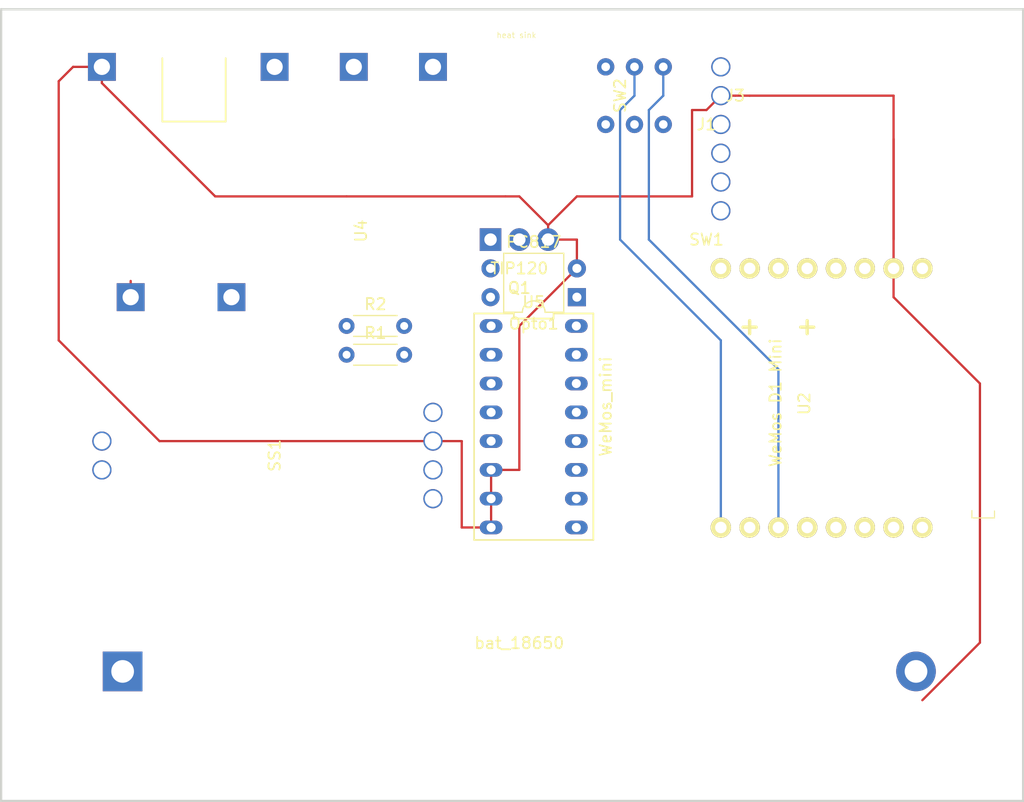
<source format=kicad_pcb>
(kicad_pcb (version 20171130) (host pcbnew "(5.0.2)-1")

  (general
    (thickness 1.6)
    (drawings 19)
    (tracks 127)
    (zones 0)
    (modules 13)
    (nets 18)
  )

  (page A4)
  (layers
    (0 "Black_(GND)" power)
    (1 "Blue_(signal_1)" signal)
    (2 "Yellow_(signal_2)" signal)
    (3 "Yellow2_(signal)" signal)
    (4 "Blue2_(signal)" signal)
    (31 "Red_(Power)" power)
    (32 B.Adhes user hide)
    (33 F.Adhes user hide)
    (34 B.Paste user hide)
    (35 F.Paste user hide)
    (36 B.SilkS user hide)
    (37 F.SilkS user hide)
    (38 B.Mask user hide)
    (39 F.Mask user hide)
    (40 Dwgs.User user hide)
    (41 Cmts.User user hide)
    (42 Eco1.User user hide)
    (43 Eco2.User user hide)
    (44 Edge.Cuts user)
    (45 Margin user hide)
    (46 B.CrtYd user hide)
    (47 F.CrtYd user hide)
    (48 B.Fab user hide)
    (49 F.Fab user)
  )

  (setup
    (last_trace_width 0.2)
    (trace_clearance 0.2)
    (zone_clearance 0.508)
    (zone_45_only no)
    (trace_min 0.2)
    (segment_width 0.2)
    (edge_width 0.2)
    (via_size 0.8)
    (via_drill 0.4)
    (via_min_size 0.4)
    (via_min_drill 0.3)
    (uvia_size 0.3)
    (uvia_drill 0.1)
    (uvias_allowed no)
    (uvia_min_size 0.2)
    (uvia_min_drill 0.1)
    (pcb_text_width 0.3)
    (pcb_text_size 1.5 1.5)
    (mod_edge_width 0.15)
    (mod_text_size 1 1)
    (mod_text_width 0.15)
    (pad_size 1.5 1.5)
    (pad_drill 0.6)
    (pad_to_mask_clearance 0)
    (solder_mask_min_width 0.25)
    (aux_axis_origin 0 0)
    (visible_elements 7FFFFFFF)
    (pcbplotparams
      (layerselection 0x0b000_7fffffe0)
      (usegerberextensions false)
      (usegerberattributes false)
      (usegerberadvancedattributes false)
      (creategerberjobfile false)
      (excludeedgelayer false)
      (linewidth 0.100000)
      (plotframeref false)
      (viasonmask true)
      (mode 1)
      (useauxorigin false)
      (hpglpennumber 1)
      (hpglpenspeed 20)
      (hpglpendiameter 15.000000)
      (psnegative false)
      (psa4output false)
      (plotreference false)
      (plotvalue false)
      (plotinvisibletext false)
      (padsonsilk false)
      (subtractmaskfromsilk false)
      (outputformat 3)
      (mirror false)
      (drillshape 0)
      (scaleselection 1)
      (outputdirectory "K:/_SRC/projects/Vanding/AutoIrrigation/3d print"))
  )

  (net 0 "")
  (net 1 GND)
  (net 2 "Net-(J3-Pad2)")
  (net 3 "Net-(J3-Pad1)")
  (net 4 "Net-(Q1-Pad1)")
  (net 5 "Net-(SW1-Pad1)")
  (net 6 "Net-(Opto1-Pad1)")
  (net 7 "Net-(Opto1-Pad3)")
  (net 8 "Net-(J1-Pad2)")
  (net 9 "Net-(R2-Pad1)")
  (net 10 "Net-(SW2-Pad2)")
  (net 11 "Net-(SW2-Pad1)")
  (net 12 "Net-(R1-Pad1)")
  (net 13 "Net-(R1-Pad2)")
  (net 14 "Net-(SS1-PadA0)")
  (net 15 "Net-(U2-Pad15)")
  (net 16 "Net-(U2-Pad14)")
  (net 17 "Net-(U2-Pad10)")

  (net_class Default "This is the default net class."
    (clearance 0.2)
    (trace_width 0.2)
    (via_dia 0.8)
    (via_drill 0.4)
    (uvia_dia 0.3)
    (uvia_drill 0.1)
    (add_net GND)
    (add_net "Net-(J1-Pad2)")
    (add_net "Net-(J3-Pad1)")
    (add_net "Net-(J3-Pad2)")
    (add_net "Net-(Opto1-Pad1)")
    (add_net "Net-(Opto1-Pad3)")
    (add_net "Net-(Q1-Pad1)")
    (add_net "Net-(R1-Pad1)")
    (add_net "Net-(R1-Pad2)")
    (add_net "Net-(R2-Pad1)")
    (add_net "Net-(SS1-PadA0)")
    (add_net "Net-(SW1-Pad1)")
    (add_net "Net-(SW2-Pad1)")
    (add_net "Net-(SW2-Pad2)")
    (add_net "Net-(U2-Pad10)")
    (add_net "Net-(U2-Pad14)")
    (add_net "Net-(U2-Pad15)")
  )

  (module footprint:74HC4052_analogue_mux_v1 (layer "Black_(GND)") (tedit 5CA72754) (tstamp 5CA72CC3)
    (at 64.77 54.61 270)
    (path /5CAC48A2)
    (fp_text reference U5 (at -10.99 0) (layer F.SilkS)
      (effects (font (size 1 1) (thickness 0.15)))
    )
    (fp_text value CD4052B (at 0 0 270) (layer F.Fab)
      (effects (font (size 1 1) (thickness 0.15)))
    )
    (fp_line (start -10.15 5.4) (end -10.15 -5.4) (layer F.CrtYd) (width 0.05))
    (fp_line (start 10.15 5.4) (end -10.15 5.4) (layer F.CrtYd) (width 0.05))
    (fp_line (start 10.15 -5.4) (end 10.15 5.4) (layer F.CrtYd) (width 0.05))
    (fp_line (start -10.15 -5.4) (end 10.15 -5.4) (layer F.CrtYd) (width 0.05))
    (fp_line (start -9.99 1.753333) (end -9.99 5.259999) (layer F.SilkS) (width 0.15))
    (fp_line (start -9.54 1.753333) (end -9.99 1.753333) (layer F.SilkS) (width 0.15))
    (fp_line (start -9.54 -1.753333) (end -9.54 1.753333) (layer F.SilkS) (width 0.15))
    (fp_line (start -9.99 -1.753333) (end -9.54 -1.753333) (layer F.SilkS) (width 0.15))
    (fp_line (start -9.99 -5.26) (end -9.99 -1.753333) (layer F.SilkS) (width 0.15))
    (fp_line (start 9.99 -5.259999) (end -9.99 -5.26) (layer F.SilkS) (width 0.15))
    (fp_line (start 9.99 5.26) (end 9.99 -5.259999) (layer F.SilkS) (width 0.15))
    (fp_line (start -9.99 5.259999) (end 9.99 5.26) (layer F.SilkS) (width 0.15))
    (pad 8 thru_hole oval (at 8.89 3.76 270) (size 1.2 2) (drill 0.8) (layers *.Cu *.Mask)
      (net 1 GND))
    (pad 9 thru_hole oval (at 8.89 -3.76 270) (size 1.2 2) (drill 0.8) (layers *.Cu *.Mask)
      (net 16 "Net-(U2-Pad14)"))
    (pad 7 thru_hole oval (at 6.35 3.76 270) (size 1.2 2) (drill 0.8) (layers *.Cu *.Mask)
      (net 1 GND))
    (pad 10 thru_hole oval (at 6.35 -3.76 270) (size 1.2 2) (drill 0.8) (layers *.Cu *.Mask)
      (net 15 "Net-(U2-Pad15)"))
    (pad 6 thru_hole oval (at 3.81 3.76 270) (size 1.2 2) (drill 0.8) (layers *.Cu *.Mask)
      (net 1 GND))
    (pad 11 thru_hole oval (at 3.81 -3.76 270) (size 1.2 2) (drill 0.8) (layers *.Cu *.Mask))
    (pad 5 thru_hole oval (at 1.27 3.76 270) (size 1.2 2) (drill 0.8) (layers *.Cu *.Mask))
    (pad 12 thru_hole oval (at 1.27 -3.76 270) (size 1.2 2) (drill 0.8) (layers *.Cu *.Mask)
      (net 14 "Net-(SS1-PadA0)"))
    (pad 4 thru_hole oval (at -1.27 3.76 270) (size 1.2 2) (drill 0.8) (layers *.Cu *.Mask))
    (pad 13 thru_hole oval (at -1.27 -3.76 270) (size 1.2 2) (drill 0.8) (layers *.Cu *.Mask)
      (net 17 "Net-(U2-Pad10)"))
    (pad 3 thru_hole oval (at -3.81 3.76 270) (size 1.2 2) (drill 0.8) (layers *.Cu *.Mask))
    (pad 14 thru_hole oval (at -3.81 -3.76 270) (size 1.2 2) (drill 0.8) (layers *.Cu *.Mask)
      (net 13 "Net-(R1-Pad2)"))
    (pad 2 thru_hole oval (at -6.35 3.76 270) (size 1.2 2) (drill 0.8) (layers *.Cu *.Mask))
    (pad 15 thru_hole oval (at -6.35 -3.76 270) (size 1.2 2) (drill 0.8) (layers *.Cu *.Mask))
    (pad 1 thru_hole oval (at -8.89 3.76 270) (size 1.2 2) (drill 0.8) (layers *.Cu *.Mask))
    (pad 16 thru_hole oval (at -8.89 -3.76 270) (size 1.2 2) (drill 0.8) (layers *.Cu *.Mask)
      (net 7 "Net-(Opto1-Pad3)"))
  )

  (module footprint:2p_connector_v2 (layer "Black_(GND)") (tedit 5C9E8F0F) (tstamp 5C9BBC0A)
    (at 78.74 22.86 90)
    (path /5C4F9789)
    (fp_text reference J1 (at -5.08 1.27 180) (layer F.SilkS)
      (effects (font (size 1 1) (thickness 0.15)))
    )
    (fp_text value Sol (at -1.27 20.32 180) (layer F.Fab)
      (effects (font (size 1 1) (thickness 0.15)))
    )
    (fp_line (start -3.81 1.27) (end 1.27 1.27) (layer F.CrtYd) (width 0.15))
    (fp_line (start 1.27 1.27) (end 1.27 3.81) (layer F.CrtYd) (width 0.15))
    (fp_line (start 1.27 3.81) (end -3.81 3.81) (layer F.CrtYd) (width 0.15))
    (fp_line (start -3.81 3.81) (end -3.81 1.27) (layer F.CrtYd) (width 0.15))
    (pad 1 thru_hole circle (at -2.54 2.54 90) (size 1.7 1.7) (drill 1.43) (layers *.Cu *.Mask)
      (net 1 GND))
    (pad 2 thru_hole circle (at 0 2.54 90) (size 1.7 1.7) (drill 1.43) (layers *.Cu *.Mask)
      (net 8 "Net-(J1-Pad2)"))
  )

  (module footprint:onoff_push_button_2x3_pins_v2 (layer "Black_(GND)") (tedit 5CA30A07) (tstamp 5CA30AC7)
    (at 68.58 40.64 270)
    (path /5C938ACF)
    (fp_text reference SW2 (at -15.24 -3.81 270) (layer F.SilkS)
      (effects (font (size 1 1) (thickness 0.15)))
    )
    (fp_text value flash (at -15.24 -0.508 270) (layer F.Fab)
      (effects (font (size 1 1) (thickness 0.15)))
    )
    (fp_line (start -19.05 -8.89) (end -11.43 -8.89) (layer F.CrtYd) (width 0.15))
    (fp_line (start -11.43 -8.89) (end -11.43 -1.27) (layer F.CrtYd) (width 0.15))
    (fp_line (start -11.43 -1.27) (end -19.05 -1.27) (layer F.CrtYd) (width 0.15))
    (fp_line (start -19.05 -1.27) (end -19.05 -8.89) (layer F.CrtYd) (width 0.15))
    (fp_text user "Flash (down)" (at -21.844 -11.684) (layer F.Fab)
      (effects (font (size 1 1) (thickness 0.15)))
    )
    (fp_text user "Normal (up)" (at -21.844 1.016) (layer F.Fab)
      (effects (font (size 1 1) (thickness 0.15)))
    )
    (fp_line (start -17.78 -5.08) (end -21.59 -5.08) (layer F.Fab) (width 0.15))
    (fp_line (start -20.828 -5.08) (end -21.336 -5.08) (layer F.Fab) (width 0.15))
    (fp_line (start -20.32 -7.62) (end -17.78 -7.62) (layer F.Fab) (width 0.15))
    (fp_line (start -17.78 -2.54) (end -20.32 -2.54) (layer F.Fab) (width 0.15))
    (fp_circle (center -20.32 -7.62) (end -20.447 -7.6454) (layer F.Fab) (width 0.15))
    (fp_circle (center -20.3454 -2.54) (end -20.3962 -2.6416) (layer F.Fab) (width 0.15))
    (fp_circle (center -21.59 -5.08) (end -21.6916 -5.1054) (layer F.Fab) (width 0.15))
    (fp_line (start -21.59 -5.08) (end -22.86 -7.62) (layer F.Fab) (width 0.15))
    (fp_line (start -21.59 -5.08) (end -20.32 -2.54) (layer F.Fab) (width 0.05))
    (fp_text user "(1 and 2 connected when button up)" (at -16.51 -10.16 270) (layer F.CrtYd)
      (effects (font (size 0.5 0.5) (thickness 0.075)))
    )
    (pad 1 thru_hole circle (at -17.78 -7.62 270) (size 1.524 1.524) (drill 0.762) (layers *.Cu *.Mask)
      (net 11 "Net-(SW2-Pad1)"))
    (pad 2 thru_hole circle (at -17.78 -5.08 270) (size 1.524 1.524) (drill 0.762) (layers *.Cu *.Mask)
      (net 10 "Net-(SW2-Pad2)"))
    (pad NA thru_hole circle (at -12.7 -5.08 270) (size 1.524 1.524) (drill 0.762) (layers *.Cu *.Mask))
    (pad NA thru_hole circle (at -12.7 -7.62 270) (size 1.524 1.524) (drill 0.762) (layers *.Cu *.Mask))
    (pad NA thru_hole circle (at -12.7 -2.54 270) (size 1.524 1.524) (drill 0.762) (layers *.Cu *.Mask))
    (pad 3 thru_hole circle (at -17.78 -2.54 270) (size 1.524 1.524) (drill 0.762) (layers *.Cu *.Mask))
  )

  (module wemos_d1_mini:D1_mini_board_v10 (layer "Black_(GND)") (tedit 5C9CC373) (tstamp 5C9BBEBB)
    (at 106.68 45.72 90)
    (path /5C4F9AC3)
    (fp_text reference U2 (at -6.858 -18.034 90) (layer F.SilkS)
      (effects (font (size 1 1) (thickness 0.15)))
    )
    (fp_text value WeMos_mini (at -7.112 -35.56 90) (layer F.SilkS)
      (effects (font (size 1 1) (thickness 0.15)))
    )
    (fp_text user "WeMos D1 Mini" (at -6.776942 -20.574 90) (layer F.SilkS)
      (effects (font (size 1 1) (thickness 0.15)))
    )
    (fp_line (start -3.597292 -5.442549) (end -10.736873 -5.442549) (layer F.CrtYd) (width 0.1))
    (fp_line (start -10.736873 -5.442549) (end -10.736873 0.371188) (layer F.CrtYd) (width 0.1))
    (fp_line (start -10.736873 0.371188) (end -3.597292 0.371188) (layer F.CrtYd) (width 0.1))
    (fp_line (start -3.597292 0.371188) (end -3.597292 -5.442549) (layer F.CrtYd) (width 0.1))
    (fp_line (start -16.28582 -3.248262) (end -16.938459 -3.248262) (layer F.SilkS) (width 0.1))
    (fp_line (start -16.938459 -3.248262) (end -16.938459 -1.255068) (layer F.SilkS) (width 0.1))
    (fp_line (start -16.938459 -1.255068) (end -16.321098 -1.255068) (layer F.SilkS) (width 0.1))
    (fp_line (start 6.604 1.016) (end -16.256 1.016) (layer F.CrtYd) (width 0.15))
    (fp_line (start -16.256 1.016) (end -16.256 -5.842) (layer F.CrtYd) (width 0.15))
    (fp_line (start -19.558 -5.842) (end -19.558 -34.544) (layer F.CrtYd) (width 0.15))
    (fp_line (start -19.558 -34.544) (end 6.604 -34.544) (layer F.CrtYd) (width 0.15))
    (fp_line (start 6.604 -34.544) (end 6.604 1.016) (layer F.CrtYd) (width 0.15))
    (fp_text user RST (at -22.016942 -25.654 90) (layer F.Fab)
      (effects (font (size 1 1) (thickness 0.15)))
    )
    (fp_text user 3V3 (at -22.016942 -7.874 90) (layer F.Fab)
      (effects (font (size 1 1) (thickness 0.15)))
    )
    (fp_text user 5V (at 8.463058 -7.874 90) (layer F.Fab)
      (effects (font (size 1 1) (thickness 0.15)))
    )
    (fp_text user GND (at 8.463058 -10.414 90) (layer F.Fab)
      (effects (font (size 1 1) (thickness 0.15)))
    )
    (fp_text user A0 (at -22.016942 -23.114 90) (layer F.Fab)
      (effects (font (size 1 1) (thickness 0.15)))
    )
    (fp_line (start -16.256 -5.842) (end -19.558 -5.842) (layer F.CrtYd) (width 0.15))
    (fp_text user D0 (at -22.098 -20.574 90) (layer F.Fab)
      (effects (font (size 1 1) (thickness 0.15)))
    )
    (fp_text user D5 (at -22.016942 -18.034 90) (layer F.Fab)
      (effects (font (size 1 1) (thickness 0.15)))
    )
    (fp_text user D6 (at -22.016942 -15.494 90) (layer F.Fab)
      (effects (font (size 1 1) (thickness 0.15)))
    )
    (fp_text user D7 (at -22.016942 -12.954 90) (layer F.Fab)
      (effects (font (size 1 1) (thickness 0.15)))
    )
    (fp_text user D8 (at -22.016942 -10.414 90) (layer F.Fab)
      (effects (font (size 1 1) (thickness 0.15)))
    )
    (fp_text user TX (at 7.747 -25.654 90) (layer F.Fab)
      (effects (font (size 1 1) (thickness 0.15)))
    )
    (fp_text user RX (at 7.874 -22.987 90) (layer F.Fab)
      (effects (font (size 1 1) (thickness 0.15)))
    )
    (fp_text user D1 (at 8.463058 -20.32 90) (layer F.Fab)
      (effects (font (size 1 1) (thickness 0.15)))
    )
    (fp_text user D2 (at 8.463058 -18.034 90) (layer F.Fab)
      (effects (font (size 1 1) (thickness 0.15)))
    )
    (fp_text user D3 (at 8.463058 -15.494 90) (layer F.Fab)
      (effects (font (size 1 1) (thickness 0.15)))
    )
    (fp_text user D4 (at 8.463058 -12.954 90) (layer F.Fab)
      (effects (font (size 1 1) (thickness 0.15)))
    )
    (pad 8 thru_hole circle (at 5.08 -25.4 90) (size 1.8 1.8) (drill 1.016) (layers *.Cu *.Mask F.SilkS))
    (pad 7 thru_hole circle (at 5.08 -22.86 90) (size 1.8 1.8) (drill 1.016) (layers *.Cu *.Mask F.SilkS))
    (pad 6 thru_hole circle (at 5.08 -20.32 90) (size 1.8 1.8) (drill 1.016) (layers *.Cu *.Mask F.SilkS)
      (net 6 "Net-(Opto1-Pad1)"))
    (pad 5 thru_hole circle (at 5.08 -17.78 90) (size 1.8 1.8) (drill 1.016) (layers *.Cu *.Mask F.SilkS))
    (pad 4 thru_hole circle (at 5.08 -15.24 90) (size 1.8 1.8) (drill 1.016) (layers *.Cu *.Mask F.SilkS))
    (pad 3 thru_hole circle (at 5.08 -12.7 90) (size 1.8 1.8) (drill 1.016) (layers *.Cu *.Mask F.SilkS))
    (pad 2 thru_hole circle (at 5.08 -10.16 90) (size 1.8 1.8) (drill 1.016) (layers *.Cu *.Mask F.SilkS)
      (net 1 GND))
    (pad 1 thru_hole circle (at 5.08 -7.62 90) (size 1.8 1.8) (drill 1.016) (layers *.Cu *.Mask F.SilkS)
      (net 2 "Net-(J3-Pad2)"))
    (pad 16 thru_hole circle (at -17.78 -7.62 90) (size 1.8 1.8) (drill 1.016) (layers *.Cu *.Mask F.SilkS))
    (pad 15 thru_hole circle (at -17.78 -10.16 90) (size 1.8 1.8) (drill 1.016) (layers *.Cu *.Mask F.SilkS)
      (net 15 "Net-(U2-Pad15)"))
    (pad 14 thru_hole circle (at -17.78 -12.7 90) (size 1.8 1.8) (drill 1.016) (layers *.Cu *.Mask F.SilkS)
      (net 16 "Net-(U2-Pad14)"))
    (pad 13 thru_hole circle (at -17.78 -15.24 90) (size 1.8 1.8) (drill 1.016) (layers *.Cu *.Mask F.SilkS))
    (pad 12 thru_hole circle (at -17.78 -17.78 90) (size 1.8 1.8) (drill 1.016) (layers *.Cu *.Mask F.SilkS)
      (net 9 "Net-(R2-Pad1)"))
    (pad 11 thru_hole circle (at -17.78 -20.32 90) (size 1.8 1.8) (drill 1.016) (layers *.Cu *.Mask F.SilkS)
      (net 11 "Net-(SW2-Pad1)"))
    (pad 10 thru_hole circle (at -17.78 -22.86 90) (size 1.8 1.8) (drill 1.016) (layers *.Cu *.Mask F.SilkS)
      (net 17 "Net-(U2-Pad10)"))
    (pad 9 thru_hole circle (at -17.78 -25.4 90) (size 1.8 1.8) (drill 1.016) (layers *.Cu *.Mask F.SilkS)
      (net 10 "Net-(SW2-Pad2)"))
  )

  (module footprint:2p_connector_v2 (layer "Black_(GND)") (tedit 5C5AE479) (tstamp 5C9BBC1E)
    (at 83.82 30.48 270)
    (path /5C4F97F0)
    (fp_text reference J3 (at -5.08 1.27) (layer F.SilkS)
      (effects (font (size 1 1) (thickness 0.15)))
    )
    (fp_text value Valve (at -1.524 -15.113) (layer F.Fab)
      (effects (font (size 1 1) (thickness 0.15)))
    )
    (fp_line (start -3.81 3.81) (end -3.81 1.27) (layer F.CrtYd) (width 0.15))
    (fp_line (start 1.27 3.81) (end -3.81 3.81) (layer F.CrtYd) (width 0.15))
    (fp_line (start 1.27 1.27) (end 1.27 3.81) (layer F.CrtYd) (width 0.15))
    (fp_line (start -3.81 1.27) (end 1.27 1.27) (layer F.CrtYd) (width 0.15))
    (pad 2 thru_hole circle (at 0 2.54 270) (size 1.7 1.7) (drill 1.43) (layers *.Cu *.Mask)
      (net 2 "Net-(J3-Pad2)"))
    (pad 1 thru_hole circle (at -2.54 2.54 270) (size 1.7 1.7) (drill 1.43) (layers *.Cu *.Mask)
      (net 3 "Net-(J3-Pad1)"))
  )

  (module Package_DIP:DIP-4_W7.62mm (layer "Black_(GND)") (tedit 5C9CC2D5) (tstamp 5C9BBC4B)
    (at 68.58 43.18 180)
    (descr "4-lead though-hole mounted DIP package, row spacing 7.62 mm (300 mils)")
    (tags "THT DIP DIL PDIP 2.54mm 7.62mm 300mil")
    (path /5C922828)
    (fp_text reference Opto1 (at 3.81 -2.33 180) (layer F.SilkS)
      (effects (font (size 1 1) (thickness 0.15)))
    )
    (fp_text value PC817 (at 3.81 4.87 180) (layer F.SilkS)
      (effects (font (size 1 1) (thickness 0.15)))
    )
    (fp_arc (start 3.81 -1.33) (end 2.81 -1.33) (angle -180) (layer F.SilkS) (width 0.12))
    (fp_line (start 1.635 -1.27) (end 6.985 -1.27) (layer F.Fab) (width 0.1))
    (fp_line (start 6.985 -1.27) (end 6.985 3.81) (layer F.Fab) (width 0.1))
    (fp_line (start 6.985 3.81) (end 0.635 3.81) (layer F.Fab) (width 0.1))
    (fp_line (start 0.635 3.81) (end 0.635 -0.27) (layer F.Fab) (width 0.1))
    (fp_line (start 0.635 -0.27) (end 1.635 -1.27) (layer F.Fab) (width 0.1))
    (fp_line (start 2.81 -1.33) (end 1.16 -1.33) (layer F.SilkS) (width 0.12))
    (fp_line (start 1.16 -1.33) (end 1.16 3.87) (layer F.SilkS) (width 0.12))
    (fp_line (start 1.16 3.87) (end 6.46 3.87) (layer F.SilkS) (width 0.12))
    (fp_line (start 6.46 3.87) (end 6.46 -1.33) (layer F.SilkS) (width 0.12))
    (fp_line (start 6.46 -1.33) (end 4.81 -1.33) (layer F.SilkS) (width 0.12))
    (fp_line (start -1.1 -1.55) (end -1.1 4.1) (layer F.CrtYd) (width 0.05))
    (fp_line (start -1.1 4.1) (end 8.7 4.1) (layer F.CrtYd) (width 0.05))
    (fp_line (start 8.7 4.1) (end 8.7 -1.55) (layer F.CrtYd) (width 0.05))
    (fp_line (start 8.7 -1.55) (end -1.1 -1.55) (layer F.CrtYd) (width 0.05))
    (fp_text user %R (at 3.81 1.27 180) (layer F.Fab)
      (effects (font (size 1 1) (thickness 0.15)))
    )
    (pad 1 thru_hole rect (at 0 0 180) (size 1.6 1.6) (drill 0.8) (layers *.Cu *.Mask)
      (net 6 "Net-(Opto1-Pad1)"))
    (pad 3 thru_hole oval (at 7.62 2.54 180) (size 1.6 1.6) (drill 0.8) (layers *.Cu *.Mask)
      (net 7 "Net-(Opto1-Pad3)"))
    (pad 2 thru_hole oval (at 0 2.54 180) (size 1.6 1.6) (drill 0.8) (layers *.Cu *.Mask)
      (net 1 GND))
    (pad 4 thru_hole oval (at 7.62 0 180) (size 1.6 1.6) (drill 0.8) (layers *.Cu *.Mask)
      (net 2 "Net-(J3-Pad2)"))
    (model ${KISYS3DMOD}/Package_DIP.3dshapes/DIP-4_W7.62mm.wrl
      (at (xyz 0 0 0))
      (scale (xyz 1 1 1))
      (rotate (xyz 0 0 0))
    )
  )

  (module Resistor_THT:R_Axial_DIN0204_L3.6mm_D1.6mm_P5.08mm_Horizontal (layer "Black_(GND)") (tedit 5AE5139B) (tstamp 5C9BBC5E)
    (at 48.26 48.26)
    (descr "Resistor, Axial_DIN0204 series, Axial, Horizontal, pin pitch=5.08mm, 0.167W, length*diameter=3.6*1.6mm^2, http://cdn-reichelt.de/documents/datenblatt/B400/1_4W%23YAG.pdf")
    (tags "Resistor Axial_DIN0204 series Axial Horizontal pin pitch 5.08mm 0.167W length 3.6mm diameter 1.6mm")
    (path /5C4F9DC6)
    (fp_text reference R1 (at 2.54 -1.92) (layer F.SilkS)
      (effects (font (size 1 1) (thickness 0.15)))
    )
    (fp_text value 100k (at -3.302 0) (layer F.Fab)
      (effects (font (size 1 1) (thickness 0.15)))
    )
    (fp_text user %R (at 2.54 0) (layer F.Fab)
      (effects (font (size 0.72 0.72) (thickness 0.108)))
    )
    (fp_line (start 6.03 -1.05) (end -0.95 -1.05) (layer F.CrtYd) (width 0.05))
    (fp_line (start 6.03 1.05) (end 6.03 -1.05) (layer F.CrtYd) (width 0.05))
    (fp_line (start -0.95 1.05) (end 6.03 1.05) (layer F.CrtYd) (width 0.05))
    (fp_line (start -0.95 -1.05) (end -0.95 1.05) (layer F.CrtYd) (width 0.05))
    (fp_line (start 0.62 0.92) (end 4.46 0.92) (layer F.SilkS) (width 0.12))
    (fp_line (start 0.62 -0.92) (end 4.46 -0.92) (layer F.SilkS) (width 0.12))
    (fp_line (start 5.08 0) (end 4.34 0) (layer F.Fab) (width 0.1))
    (fp_line (start 0 0) (end 0.74 0) (layer F.Fab) (width 0.1))
    (fp_line (start 4.34 -0.8) (end 0.74 -0.8) (layer F.Fab) (width 0.1))
    (fp_line (start 4.34 0.8) (end 4.34 -0.8) (layer F.Fab) (width 0.1))
    (fp_line (start 0.74 0.8) (end 4.34 0.8) (layer F.Fab) (width 0.1))
    (fp_line (start 0.74 -0.8) (end 0.74 0.8) (layer F.Fab) (width 0.1))
    (pad 2 thru_hole oval (at 5.08 0) (size 1.4 1.4) (drill 0.7) (layers *.Cu *.Mask)
      (net 13 "Net-(R1-Pad2)"))
    (pad 1 thru_hole circle (at 0 0) (size 1.4 1.4) (drill 0.7) (layers *.Cu *.Mask)
      (net 12 "Net-(R1-Pad1)"))
    (model ${KISYS3DMOD}/Resistor_THT.3dshapes/R_Axial_DIN0204_L3.6mm_D1.6mm_P5.08mm_Horizontal.wrl
      (at (xyz 0 0 0))
      (scale (xyz 1 1 1))
      (rotate (xyz 0 0 0))
    )
  )

  (module Resistor_THT:R_Axial_DIN0204_L3.6mm_D1.6mm_P5.08mm_Horizontal (layer "Black_(GND)") (tedit 5AE5139B) (tstamp 5C9BBC71)
    (at 48.26 45.72)
    (descr "Resistor, Axial_DIN0204 series, Axial, Horizontal, pin pitch=5.08mm, 0.167W, length*diameter=3.6*1.6mm^2, http://cdn-reichelt.de/documents/datenblatt/B400/1_4W%23YAG.pdf")
    (tags "Resistor Axial_DIN0204 series Axial Horizontal pin pitch 5.08mm 0.167W length 3.6mm diameter 1.6mm")
    (path /5C4F22D3)
    (fp_text reference R2 (at 2.54 -1.92) (layer F.SilkS)
      (effects (font (size 1 1) (thickness 0.15)))
    )
    (fp_text value 5k (at -2.286 0.889) (layer F.Fab)
      (effects (font (size 1 1) (thickness 0.15)))
    )
    (fp_line (start 0.74 -0.8) (end 0.74 0.8) (layer F.Fab) (width 0.1))
    (fp_line (start 0.74 0.8) (end 4.34 0.8) (layer F.Fab) (width 0.1))
    (fp_line (start 4.34 0.8) (end 4.34 -0.8) (layer F.Fab) (width 0.1))
    (fp_line (start 4.34 -0.8) (end 0.74 -0.8) (layer F.Fab) (width 0.1))
    (fp_line (start 0 0) (end 0.74 0) (layer F.Fab) (width 0.1))
    (fp_line (start 5.08 0) (end 4.34 0) (layer F.Fab) (width 0.1))
    (fp_line (start 0.62 -0.92) (end 4.46 -0.92) (layer F.SilkS) (width 0.12))
    (fp_line (start 0.62 0.92) (end 4.46 0.92) (layer F.SilkS) (width 0.12))
    (fp_line (start -0.95 -1.05) (end -0.95 1.05) (layer F.CrtYd) (width 0.05))
    (fp_line (start -0.95 1.05) (end 6.03 1.05) (layer F.CrtYd) (width 0.05))
    (fp_line (start 6.03 1.05) (end 6.03 -1.05) (layer F.CrtYd) (width 0.05))
    (fp_line (start 6.03 -1.05) (end -0.95 -1.05) (layer F.CrtYd) (width 0.05))
    (fp_text user %R (at 2.54 0) (layer F.Fab)
      (effects (font (size 0.72 0.72) (thickness 0.108)))
    )
    (pad 1 thru_hole circle (at 0 0) (size 1.4 1.4) (drill 0.7) (layers *.Cu *.Mask)
      (net 9 "Net-(R2-Pad1)"))
    (pad 2 thru_hole oval (at 5.08 0) (size 1.4 1.4) (drill 0.7) (layers *.Cu *.Mask)
      (net 4 "Net-(Q1-Pad1)"))
    (model ${KISYS3DMOD}/Resistor_THT.3dshapes/R_Axial_DIN0204_L3.6mm_D1.6mm_P5.08mm_Horizontal.wrl
      (at (xyz 0 0 0))
      (scale (xyz 1 1 1))
      (rotate (xyz 0 0 0))
    )
  )

  (module "footprint:Soil sensor_v4" (layer "Black_(GND)") (tedit 5C989D0D) (tstamp 5C9BBC7F)
    (at 57.15 50.8 270)
    (path /5C4FA314)
    (fp_text reference SS1 (at 6.35 15.24 270) (layer F.SilkS)
      (effects (font (size 1 1) (thickness 0.15)))
    )
    (fp_text value SOIL_SENSOR (at 6.35 10.16 270) (layer F.Fab)
      (effects (font (size 1 1) (thickness 0.15)))
    )
    (fp_line (start 12.7 0) (end 0 0) (layer F.CrtYd) (width 0.15))
    (fp_line (start 0 0) (end 0 31.75) (layer F.CrtYd) (width 0.15))
    (fp_line (start 0 31.75) (end 12.7 31.75) (layer F.CrtYd) (width 0.15))
    (fp_line (start 12.7 31.75) (end 12.7 0) (layer F.CrtYd) (width 0.15))
    (pad A0 thru_hole circle (at 10.16 1.27 270) (size 1.7 1.7) (drill 1.43) (layers *.Cu *.Mask)
      (net 14 "Net-(SS1-PadA0)"))
    (pad D0 thru_hole circle (at 7.62 1.27 270) (size 1.7 1.7) (drill 1.43) (layers *.Cu *.Mask))
    (pad GND thru_hole circle (at 5.08 1.27 270) (size 1.7 1.7) (drill 1.43) (layers *.Cu *.Mask)
      (net 1 GND))
    (pad VCC thru_hole circle (at 2.54 1.27 270) (size 1.7 1.7) (drill 1.43) (layers *.Cu *.Mask)
      (net 7 "Net-(Opto1-Pad3)"))
    (pad - thru_hole circle (at 7.62 30.48 270) (size 1.7 1.7) (drill 1.43) (layers *.Cu *.Mask))
    (pad + thru_hole circle (at 5.08 30.48 270) (size 1.7 1.7) (drill 1.43) (layers *.Cu *.Mask))
  )

  (module footprint:2p_connector_v2 (layer "Black_(GND)") (tedit 5C9CC305) (tstamp 5C9BBC89)
    (at 78.74 33.02 90)
    (path /5C4F30A2)
    (fp_text reference SW1 (at -5.08 1.27 180) (layer F.SilkS)
      (effects (font (size 1 1) (thickness 0.15)))
    )
    (fp_text value ON/OFF (at -0.635 20.447 180) (layer F.Fab)
      (effects (font (size 1 1) (thickness 0.15)))
    )
    (fp_line (start -3.81 1.27) (end 1.27 1.27) (layer F.CrtYd) (width 0.15))
    (fp_line (start 1.27 1.27) (end 1.27 3.81) (layer F.CrtYd) (width 0.15))
    (fp_line (start 1.27 3.81) (end -3.81 3.81) (layer F.CrtYd) (width 0.15))
    (fp_line (start -3.81 3.81) (end -3.81 1.27) (layer F.CrtYd) (width 0.15))
    (pad 1 thru_hole circle (at -2.54 2.54 90) (size 1.7 1.7) (drill 1.43) (layers *.Cu *.Mask)
      (net 5 "Net-(SW1-Pad1)"))
    (pad 2 thru_hole circle (at 0 2.54 90) (size 1.7 1.7) (drill 1.43) (layers *.Cu *.Mask)
      (net 2 "Net-(J3-Pad2)"))
  )

  (module footprint:J5019_v4 (layer "Black_(GND)") (tedit 5C9BBBE4) (tstamp 5C9BC247)
    (at 58.42 20.32 270)
    (path /5C94F80F)
    (fp_text reference U4 (at 17.018 8.89 270) (layer F.SilkS)
      (effects (font (size 1 1) (thickness 0.15)))
    )
    (fp_text value J5019 (at 15.748 6.35 270) (layer F.Fab)
      (effects (font (size 1 1) (thickness 0.15)))
    )
    (fp_line (start 1.27 1.27) (end 1.27 33.02) (layer F.CrtYd) (width 0.15))
    (fp_line (start 1.27 33.02) (end 25.4 33.02) (layer F.CrtYd) (width 0.15))
    (fp_line (start 25.4 1.27) (end 1.27 1.27) (layer F.CrtYd) (width 0.15))
    (fp_line (start 25.4 1.27) (end 25.4 33.02) (layer F.CrtYd) (width 0.15))
    (fp_line (start 1.778 20.828) (end 7.366 20.828) (layer F.SilkS) (width 0.15))
    (fp_line (start 7.366 20.828) (end 7.366 26.416) (layer F.SilkS) (width 0.15))
    (fp_line (start 7.366 26.416) (end 1.778 26.416) (layer F.SilkS) (width 0.15))
    (pad 6 thru_hole rect (at 2.54 31.75 270) (size 2.46 2.46) (drill 1.43) (layers *.Cu *.Mask)
      (net 1 GND))
    (pad 5 thru_hole rect (at 2.54 16.51 270) (size 2.46 2.46) (drill 1.43) (layers *.Cu *.Mask)
      (net 8 "Net-(J1-Pad2)"))
    (pad 4 thru_hole rect (at 2.54 2.54 270) (size 2.46 2.46) (drill 1.43) (layers *.Cu *.Mask)
      (net 5 "Net-(SW1-Pad1)"))
    (pad 3 thru_hole rect (at 22.86 20.32 270) (size 2.46 2.46) (drill 1.43) (layers *.Cu *.Mask)
      (net 12 "Net-(R1-Pad1)"))
    (pad 1 thru_hole rect (at 2.54 9.525 270) (size 2.46 2.46) (drill 1.43) (layers *.Cu *.Mask)
      (net 1 GND))
    (pad 2 thru_hole rect (at 22.86 29.21 270) (size 2.46 2.46) (drill 1.43) (layers *.Cu *.Mask)
      (net 1 GND))
  )

  (module footprint:TIP120_flat_v2 (layer "Black_(GND)") (tedit 5C9CC2DE) (tstamp 5C9C9FFD)
    (at 66.04 38.1 180)
    (descr "TO-220-3, Vertical, RM 2.54mm, see https://www.vishay.com/docs/66542/to-220-1.pdf")
    (tags "TO-220-3 Vertical RM 2.54mm")
    (path /5C4F21EB)
    (fp_text reference Q1 (at 2.54 -4.27 180) (layer F.SilkS)
      (effects (font (size 1 1) (thickness 0.15)))
    )
    (fp_text value TIP120 (at 2.54 -2.54 180) (layer F.SilkS)
      (effects (font (size 1 1) (thickness 0.15)))
    )
    (fp_circle (center 2.54 16.002) (end 3.675923 16.002) (layer F.CrtYd) (width 0.15))
    (fp_line (start 4.064 -1.27) (end 6.096 -1.27) (layer F.CrtYd) (width 0.15))
    (fp_line (start 1.524 -1.27) (end 3.556 -1.27) (layer F.CrtYd) (width 0.15))
    (fp_line (start -1.016 -1.27) (end 1.016 -1.27) (layer F.CrtYd) (width 0.15))
    (fp_line (start 6.096 6.858) (end 6.096 -1.27) (layer F.CrtYd) (width 0.15))
    (fp_line (start 4.064 6.858) (end 4.064 -1.27) (layer F.CrtYd) (width 0.15))
    (fp_line (start 3.556 6.858) (end 3.556 -1.27) (layer F.CrtYd) (width 0.15))
    (fp_line (start 1.524 6.858) (end 1.524 -1.27) (layer F.CrtYd) (width 0.15))
    (fp_line (start 1.016 6.858) (end 1.016 -1.27) (layer F.CrtYd) (width 0.15))
    (fp_line (start 7.62 6.858) (end 7.62 17.272) (layer F.CrtYd) (width 0.15))
    (fp_line (start -2.54 6.858) (end 7.62 6.858) (layer F.CrtYd) (width 0.15))
    (fp_line (start -2.54 17.272) (end -2.54 6.858) (layer F.CrtYd) (width 0.15))
    (fp_line (start -0.762 19.05) (end -2.54 17.272) (layer F.CrtYd) (width 0.15))
    (fp_line (start 5.842 19.05) (end -0.762 19.05) (layer F.CrtYd) (width 0.15))
    (fp_line (start 7.62 17.272) (end 5.842 19.05) (layer F.CrtYd) (width 0.15))
    (fp_text user %R (at 2.54 -4.27 180) (layer F.SilkS)
      (effects (font (size 1 1) (thickness 0.15)))
    )
    (fp_line (start -2.54 13.462) (end 7.62 13.462) (layer F.CrtYd) (width 0.15))
    (fp_line (start -1.016 6.858) (end -1.016 -1.27) (layer F.CrtYd) (width 0.15))
    (fp_text user "heat sink" (at 2.794 18.034 180) (layer F.SilkS)
      (effects (font (size 0.5 0.5) (thickness 0.06)))
    )
    (fp_text user B (at 6.985 -1.143 180) (layer F.Fab)
      (effects (font (size 1 1) (thickness 0.15)))
    )
    (fp_text user E (at -1.778 0.127 180) (layer F.Fab)
      (effects (font (size 1 1) (thickness 0.15)))
    )
    (pad 1 thru_hole rect (at 5.08 0 180) (size 1.905 2) (drill 1.1) (layers *.Cu *.Mask)
      (net 4 "Net-(Q1-Pad1)"))
    (pad 2 thru_hole oval (at 2.54 0 180) (size 1.905 2) (drill 1.1) (layers *.Cu *.Mask)
      (net 3 "Net-(J3-Pad1)"))
    (pad 3 thru_hole oval (at 0 0 180) (size 1.905 2) (drill 1.1) (layers *.Cu *.Mask)
      (net 1 GND))
    (model ${KISYS3DMOD}/Package_TO_SOT_THT.3dshapes/TO-220-3_Vertical.wrl
      (at (xyz 0 0 0))
      (scale (xyz 1 1 1))
      (rotate (xyz 0 0 0))
    )
  )

  (module footprint:BatteryHolder_MPD_BH-18650-PC2_v3 (layer "Black_(GND)") (tedit 5CA77472) (tstamp 5CA77507)
    (at 63.5 76.2)
    (descr "18650 Battery Holder (http://www.memoryprotectiondevices.com/datasheets/BK-18650-PC2-datasheet.pdf)")
    (tags "18650 Battery Holder")
    (path /5C9C0D4A)
    (fp_text reference bat_18650 (at 0 -2.5) (layer F.SilkS)
      (effects (font (size 1 1) (thickness 0.15)))
    )
    (fp_text value Battery_Cell (at 0 -4.8) (layer F.Fab)
      (effects (font (size 1 1) (thickness 0.15)))
    )
    (fp_line (start -38 -10.5) (end 40 -10.5) (layer F.CrtYd) (width 0.05))
    (fp_line (start -38 10.5) (end -38 -10.5) (layer F.CrtYd) (width 0.05))
    (fp_circle (center 0 0) (end -1.016 -0.508) (layer F.CrtYd) (width 0.05))
    (fp_line (start 40 10.5) (end 40 -10.5) (layer F.CrtYd) (width 0.05))
    (fp_line (start -38 10.5) (end 40 10.5) (layer F.CrtYd) (width 0.05))
    (pad 2 thru_hole circle (at 35 0) (size 3.5 3.5) (drill 2) (layers *.Cu *.Mask)
      (net 1 GND))
    (pad 1 thru_hole rect (at -35 0) (size 3.5 3.5) (drill 2) (layers *.Cu *.Mask)
      (net 12 "Net-(R1-Pad1)"))
    (model ${KISYS3DMOD}/Battery.3dshapes/BatteryHolder_MPD_BH-18650-PC2.wrl
      (at (xyz 0 0 0))
      (scale (xyz 1 1 1))
      (rotate (xyz 0 0 0))
    )
  )

  (gr_circle (center 58.42 45.72) (end 57.912 45.72) (layer F.Fab) (width 0.2))
  (gr_line (start 99.06 78.74) (end 25.4 78.74) (layer Margin) (width 0.2))
  (gr_text + (at 41.91 78.74) (layer F.Fab)
    (effects (font (size 3 3) (thickness 0.6)))
  )
  (gr_text - (at 87.63 78.74) (layer F.Fab)
    (effects (font (size 3 3) (thickness 0.6)))
  )
  (gr_text "NA(gnd)" (at 29.083 47.117) (layer F.Fab)
    (effects (font (size 1 1) (thickness 0.15)))
  )
  (gr_text "NA(gnd)" (at 48.895 19.05) (layer F.Fab)
    (effects (font (size 1 1) (thickness 0.15)))
  )
  (gr_circle (center 69.85 43.18) (end 69.977 43.688) (layer F.Fab) (width 0.2))
  (gr_text - (at 95.377 25.4 90) (layer F.Fab)
    (effects (font (size 1.5 1.5) (thickness 0.3)))
  )
  (gr_text + (at 95.377 22.606) (layer F.Fab)
    (effects (font (size 1.5 1.5) (thickness 0.3)))
  )
  (gr_text + (at 83.82 45.72) (layer F.SilkS)
    (effects (font (size 1.5 1.5) (thickness 0.3)) (justify mirror))
  )
  (gr_text + (at 88.9 45.72) (layer F.SilkS)
    (effects (font (size 1.5 1.5) (thickness 0.3)) (justify mirror))
  )
  (gr_line (start 25.4 78.74) (end 25.4 22.86) (layer Margin) (width 0.2))
  (gr_line (start 99.06 22.86) (end 99.06 78.74) (layer Margin) (width 0.2))
  (gr_line (start 25.4 22.86) (end 99.06 22.86) (layer Margin) (width 0.2))
  (gr_line (start 17.78 87.63) (end 17.78 17.78) (layer Edge.Cuts) (width 0.2))
  (gr_line (start 107.95 87.63) (end 17.78 87.63) (layer Edge.Cuts) (width 0.2))
  (gr_line (start 107.95 17.78) (end 107.95 87.63) (layer Edge.Cuts) (width 0.2))
  (gr_line (start 17.78 17.78) (end 107.95 17.78) (layer Edge.Cuts) (width 0.2))
  (gr_line (start 15.24 12.7) (end 115.57 12.7) (layer Eco2.User) (width 0.2))

  (segment (start 26.67 24.29) (end 36.67 34.29) (width 0.2) (layer "Black_(GND)") (net 1))
  (segment (start 26.67 22.86) (end 26.67 24.29) (width 0.2) (layer "Black_(GND)") (net 1) (status 10))
  (segment (start 62.2775 34.29) (end 63.5 34.29) (width 0.2) (layer "Black_(GND)") (net 1))
  (segment (start 63.5 34.29) (end 66.04 36.83) (width 0.2) (layer "Black_(GND)") (net 1))
  (segment (start 96.52 38.1) (end 96.52 29.21) (width 0.2) (layer "Black_(GND)") (net 1))
  (segment (start 82.55 25.4) (end 81.28 25.4) (width 0.2) (layer "Black_(GND)") (net 1) (status 20))
  (segment (start 48.895 33.655) (end 48.26 34.29) (width 0.2) (layer "Yellow2_(signal)") (net 1))
  (segment (start 48.895 22.86) (end 48.895 33.655) (width 0.2) (layer "Yellow2_(signal)") (net 1) (status 10))
  (segment (start 36.67 34.29) (end 48.26 34.29) (width 0.2) (layer "Black_(GND)") (net 1))
  (segment (start 48.26 34.29) (end 62.2775 34.29) (width 0.2) (layer "Black_(GND)") (net 1))
  (segment (start 29.21 41.75) (end 36.67 34.29) (width 0.2) (layer "Yellow2_(signal)") (net 1))
  (segment (start 29.21 43.18) (end 29.21 41.75) (width 0.2) (layer "Black_(GND)") (net 1) (status 10))
  (segment (start 66.04 36.83) (end 66.04 38.1) (width 0.2) (layer "Black_(GND)") (net 1) (status 20))
  (segment (start 83.82 25.4) (end 82.55 25.4) (width 0.2) (layer "Black_(GND)") (net 1))
  (segment (start 83.82 25.4) (end 96.52 25.4) (width 0.2) (layer "Black_(GND)") (net 1))
  (segment (start 96.52 25.4) (end 96.52 40.64) (width 0.2) (layer "Black_(GND)") (net 1) (status 20))
  (segment (start 78.74 34.29) (end 78.74 26.67) (width 0.2) (layer "Black_(GND)") (net 1))
  (segment (start 66.04 36.83) (end 68.58 34.29) (width 0.2) (layer "Black_(GND)") (net 1))
  (segment (start 68.58 34.29) (end 78.74 34.29) (width 0.2) (layer "Black_(GND)") (net 1))
  (segment (start 78.74 26.67) (end 80.01 26.67) (width 0.2) (layer "Black_(GND)") (net 1))
  (segment (start 80.01 26.67) (end 81.28 25.4) (width 0.2) (layer "Black_(GND)") (net 1) (status 20))
  (segment (start 22.86 46.99) (end 22.86 24.13) (width 0.2) (layer "Black_(GND)") (net 1))
  (segment (start 24.13 22.86) (end 26.67 22.86) (width 0.2) (layer "Black_(GND)") (net 1))
  (segment (start 22.86 24.13) (end 24.13 22.86) (width 0.2) (layer "Black_(GND)") (net 1))
  (segment (start 55.88 55.88) (end 31.75 55.88) (width 0.2) (layer "Black_(GND)") (net 1))
  (segment (start 31.75 55.88) (end 22.86 46.99) (width 0.2) (layer "Black_(GND)") (net 1))
  (segment (start 58.42 63.5) (end 60.96 63.5) (width 0.2) (layer "Black_(GND)") (net 1))
  (segment (start 61.01 63.5) (end 61.01 61.01) (width 0.2) (layer "Black_(GND)") (net 1))
  (segment (start 61.01 60.96) (end 61.01 58.42) (width 0.2) (layer "Black_(GND)") (net 1))
  (segment (start 61.01 63.5) (end 61.41 63.5) (width 0.2) (layer "Black_(GND)") (net 1))
  (segment (start 104.14 73.66) (end 99.06 78.74) (width 0.2) (layer "Black_(GND)") (net 1))
  (segment (start 104.14 50.8) (end 104.14 73.66) (width 0.2) (layer "Black_(GND)") (net 1))
  (segment (start 96.52 40.64) (end 96.52 43.18) (width 0.2) (layer "Black_(GND)") (net 1))
  (segment (start 96.52 43.18) (end 104.14 50.8) (width 0.2) (layer "Black_(GND)") (net 1))
  (segment (start 55.88 55.88) (end 58.42 55.88) (width 0.2) (layer "Black_(GND)") (net 1))
  (segment (start 63.5 45.72) (end 67.31 41.91) (width 0.2) (layer "Black_(GND)") (net 1))
  (segment (start 61.41 58.42) (end 63.5 58.42) (width 0.2) (layer "Black_(GND)") (net 1))
  (segment (start 63.5 58.42) (end 63.5 45.72) (width 0.2) (layer "Black_(GND)") (net 1))
  (segment (start 68.58 38.1) (end 66.04 38.1) (width 0.2) (layer "Black_(GND)") (net 1))
  (segment (start 68.58 40.64) (end 68.58 38.1) (width 0.2) (layer "Black_(GND)") (net 1))
  (segment (start 67.31 41.91) (end 68.58 40.64) (width 0.2) (layer "Black_(GND)") (net 1))
  (segment (start 58.42 55.88) (end 58.42 63.5) (width 0.2) (layer "Black_(GND)") (net 1))
  (segment (start 92.71 30.48) (end 95.25 33.02) (width 0.2) (layer "Yellow_(signal_2)") (net 2))
  (segment (start 95.25 33.02) (end 99.06 36.83) (width 0.2) (layer "Yellow_(signal_2)") (net 2))
  (segment (start 99.06 36.83) (end 99.06 40.64) (width 0.2) (layer "Yellow_(signal_2)") (net 2) (status 20))
  (segment (start 81.28 33.02) (end 83.82 33.02) (width 0.2) (layer "Yellow_(signal_2)") (net 2) (status 10))
  (segment (start 83.82 33.02) (end 83.82 31.75) (width 0.2) (layer "Yellow_(signal_2)") (net 2))
  (segment (start 83.82 31.75) (end 82.55 30.48) (width 0.2) (layer "Yellow_(signal_2)") (net 2))
  (segment (start 92.71 30.48) (end 82.55 30.48) (width 0.2) (layer "Yellow_(signal_2)") (net 2))
  (segment (start 82.55 30.48) (end 81.28 30.48) (width 0.2) (layer "Yellow_(signal_2)") (net 2) (status 20))
  (segment (start 73.66 40.64) (end 81.28 33.02) (width 0.2) (layer "Yellow_(signal_2)") (net 2))
  (segment (start 73.66 40.64) (end 72.39 41.91) (width 0.2) (layer "Yellow_(signal_2)") (net 2))
  (segment (start 72.39 41.91) (end 63.5 41.91) (width 0.2) (layer "Yellow_(signal_2)") (net 2))
  (segment (start 62.23 43.18) (end 60.96 43.18) (width 0.2) (layer "Yellow_(signal_2)") (net 2))
  (segment (start 63.5 41.91) (end 62.23 43.18) (width 0.2) (layer "Yellow_(signal_2)") (net 2))
  (segment (start 64.77 41.91) (end 72.39 41.91) (width 0.2) (layer "Yellow_(signal_2)") (net 2))
  (segment (start 63.5 38.1) (end 63.5 35.56) (width 0.2) (layer "Yellow_(signal_2)") (net 3) (status 10))
  (segment (start 63.5 35.56) (end 68.58 30.48) (width 0.2) (layer "Yellow_(signal_2)") (net 3))
  (segment (start 68.58 30.48) (end 77.47 30.48) (width 0.2) (layer "Yellow_(signal_2)") (net 3))
  (segment (start 77.47 30.48) (end 78.74 30.48) (width 0.2) (layer "Yellow_(signal_2)") (net 3))
  (segment (start 78.74 30.48) (end 81.28 27.94) (width 0.2) (layer "Yellow_(signal_2)") (net 3) (status 20))
  (segment (start 53.34 45.72) (end 53.34 40.64) (width 0.2) (layer "Yellow_(signal_2)") (net 4) (status 10))
  (segment (start 53.34 40.64) (end 55.88 38.1) (width 0.2) (layer "Yellow_(signal_2)") (net 4))
  (segment (start 55.88 38.1) (end 60.96 38.1) (width 0.2) (layer "Yellow_(signal_2)") (net 4) (status 20))
  (segment (start 81.28 35.56) (end 73.66 35.56) (width 0.2) (layer "Blue_(signal_1)") (net 5) (status 10))
  (segment (start 73.66 35.56) (end 72.39 35.56) (width 0.2) (layer "Blue_(signal_1)") (net 5))
  (segment (start 72.39 35.56) (end 68.58 31.75) (width 0.2) (layer "Blue_(signal_1)") (net 5))
  (segment (start 68.58 31.75) (end 58.42 31.75) (width 0.2) (layer "Blue_(signal_1)") (net 5))
  (segment (start 58.42 31.75) (end 55.88 29.21) (width 0.2) (layer "Blue_(signal_1)") (net 5))
  (segment (start 55.88 29.21) (end 55.88 22.86) (width 0.2) (layer "Blue_(signal_1)") (net 5) (status 20))
  (segment (start 86.36 43.18) (end 68.58 43.18) (width 0.2) (layer "Yellow_(signal_2)") (net 6))
  (segment (start 86.36 40.64) (end 86.36 43.18) (width 0.2) (layer "Yellow_(signal_2)") (net 6))
  (segment (start 64.77 45.72) (end 68.58 45.72) (width 0.2) (layer "Yellow_(signal_2)") (net 7))
  (segment (start 59.69 49.53) (end 64.77 49.53) (width 0.2) (layer "Yellow_(signal_2)") (net 7))
  (segment (start 55.88 53.34) (end 59.69 49.53) (width 0.2) (layer "Yellow_(signal_2)") (net 7))
  (segment (start 64.77 49.53) (end 64.77 45.72) (width 0.2) (layer "Yellow_(signal_2)") (net 7))
  (segment (start 55.88 50.8) (end 55.88 53.34) (width 0.2) (layer "Yellow_(signal_2)") (net 7))
  (segment (start 55.88 41.91) (end 55.88 50.8) (width 0.2) (layer "Yellow_(signal_2)") (net 7))
  (segment (start 60.96 40.64) (end 57.15 40.64) (width 0.2) (layer "Yellow_(signal_2)") (net 7))
  (segment (start 57.15 40.64) (end 55.88 41.91) (width 0.2) (layer "Yellow_(signal_2)") (net 7))
  (segment (start 81.28 22.86) (end 80.01 21.59) (width 0.2) (layer "Blue_(signal_1)") (net 8) (status 10))
  (segment (start 80.01 21.59) (end 78.74 20.32) (width 0.2) (layer "Blue_(signal_1)") (net 8))
  (segment (start 78.74 20.32) (end 44.45 20.32) (width 0.2) (layer "Blue_(signal_1)") (net 8))
  (segment (start 44.45 20.32) (end 43.18 20.32) (width 0.2) (layer "Blue_(signal_1)") (net 8))
  (segment (start 43.18 20.32) (end 41.91 21.59) (width 0.2) (layer "Blue_(signal_1)") (net 8))
  (segment (start 41.91 21.59) (end 41.91 22.86) (width 0.2) (layer "Blue_(signal_1)") (net 8) (status 20))
  (segment (start 88.9 63.5) (end 88.9 67.31) (width 0.2) (layer "Blue_(signal_1)") (net 9) (status 10))
  (segment (start 88.9 67.31) (end 86.36 69.85) (width 0.2) (layer "Blue_(signal_1)") (net 9))
  (segment (start 48.26 45.72) (end 50.8 45.72) (width 0.2) (layer "Blue_(signal_1)") (net 9) (status 10))
  (segment (start 50.8 45.72) (end 50.8 69.85) (width 0.2) (layer "Blue_(signal_1)") (net 9))
  (segment (start 86.36 69.85) (end 50.8 69.85) (width 0.2) (layer "Blue_(signal_1)") (net 9))
  (segment (start 73.66 25.4) (end 73.66 22.86) (width 0.2) (layer "Red_(Power)") (net 10))
  (segment (start 72.39 26.67) (end 73.66 25.4) (width 0.2) (layer "Red_(Power)") (net 10))
  (segment (start 72.39 38.1) (end 72.39 26.67) (width 0.2) (layer "Red_(Power)") (net 10))
  (segment (start 81.28 63.5) (end 81.28 46.99) (width 0.2) (layer "Red_(Power)") (net 10))
  (segment (start 81.28 46.99) (end 72.39 38.1) (width 0.2) (layer "Red_(Power)") (net 10))
  (segment (start 86.36 49.53) (end 86.36 63.5) (width 0.2) (layer "Red_(Power)") (net 11))
  (segment (start 74.93 38.1) (end 86.36 49.53) (width 0.2) (layer "Red_(Power)") (net 11))
  (segment (start 74.93 26.67) (end 74.93 38.1) (width 0.2) (layer "Red_(Power)") (net 11))
  (segment (start 76.2 22.86) (end 76.2 25.4) (width 0.2) (layer "Red_(Power)") (net 11))
  (segment (start 76.2 25.4) (end 74.93 26.67) (width 0.2) (layer "Red_(Power)") (net 11))
  (segment (start 38.1 43.18) (end 40.64 43.18) (width 0.2) (layer "Yellow_(signal_2)") (net 12) (status 10))
  (segment (start 40.64 43.18) (end 40.64 46.99) (width 0.2) (layer "Yellow_(signal_2)") (net 12))
  (segment (start 40.64 46.99) (end 41.91 48.26) (width 0.2) (layer "Yellow_(signal_2)") (net 12))
  (segment (start 41.91 48.26) (end 48.26 48.26) (width 0.2) (layer "Yellow_(signal_2)") (net 12) (status 20))
  (segment (start 38.1 76.2) (end 27.94 76.2) (width 0.2) (layer "Yellow_(signal_2)") (net 12))
  (segment (start 38.1 43.18) (end 38.1 76.2) (width 0.2) (layer "Yellow_(signal_2)") (net 12))
  (segment (start 68.53 50.8) (end 68.13 50.8) (width 0.2) (layer "Yellow_(signal_2)") (net 13))
  (segment (start 64.77 50.8) (end 68.58 50.8) (width 0.2) (layer "Yellow_(signal_2)") (net 13))
  (segment (start 64.77 54.61) (end 64.77 50.8) (width 0.2) (layer "Yellow_(signal_2)") (net 13))
  (segment (start 53.34 48.26) (end 53.34 54.61) (width 0.2) (layer "Yellow_(signal_2)") (net 13))
  (segment (start 53.34 54.61) (end 64.77 54.61) (width 0.2) (layer "Yellow_(signal_2)") (net 13))
  (segment (start 65.024 58.928) (end 68.58 55.88) (width 0.2) (layer "Yellow_(signal_2)") (net 14))
  (segment (start 65.024 62.484) (end 65.024 58.928) (width 0.2) (layer "Yellow_(signal_2)") (net 14))
  (segment (start 55.88 60.96) (end 55.88 62.484) (width 0.2) (layer "Yellow_(signal_2)") (net 14))
  (segment (start 55.88 62.484) (end 65.024 62.484) (width 0.2) (layer "Yellow_(signal_2)") (net 14))
  (segment (start 68.58 60.96) (end 76.25 60.96) (width 0.2) (layer "Blue_(signal_1)") (net 15))
  (segment (start 76.2 60.96) (end 96.52 60.96) (width 0.2) (layer "Blue_(signal_1)") (net 15))
  (segment (start 96.52 60.96) (end 96.52 63.5) (width 0.2) (layer "Blue_(signal_1)") (net 15))
  (segment (start 93.98 66.04) (end 72.39 66.04) (width 0.2) (layer "Yellow_(signal_2)") (net 16))
  (segment (start 93.98 63.5) (end 93.98 66.04) (width 0.2) (layer "Yellow_(signal_2)") (net 16))
  (segment (start 72.39 66.04) (end 69.83001 66.04) (width 0.2) (layer "Yellow_(signal_2)") (net 16))
  (segment (start 69.83001 66.04) (end 68.58 66.04) (width 0.2) (layer "Yellow_(signal_2)") (net 16))
  (segment (start 68.58 66.04) (end 68.58 63.5) (width 0.2) (layer "Yellow_(signal_2)") (net 16))
  (segment (start 68.58 53.34) (end 83.87 53.34) (width 0.2) (layer "Yellow_(signal_2)") (net 17))
  (segment (start 83.82 58.42) (end 83.82 63.5) (width 0.2) (layer "Yellow_(signal_2)") (net 17))
  (segment (start 83.82 53.34) (end 83.82 58.42) (width 0.2) (layer "Yellow_(signal_2)") (net 17))

)

</source>
